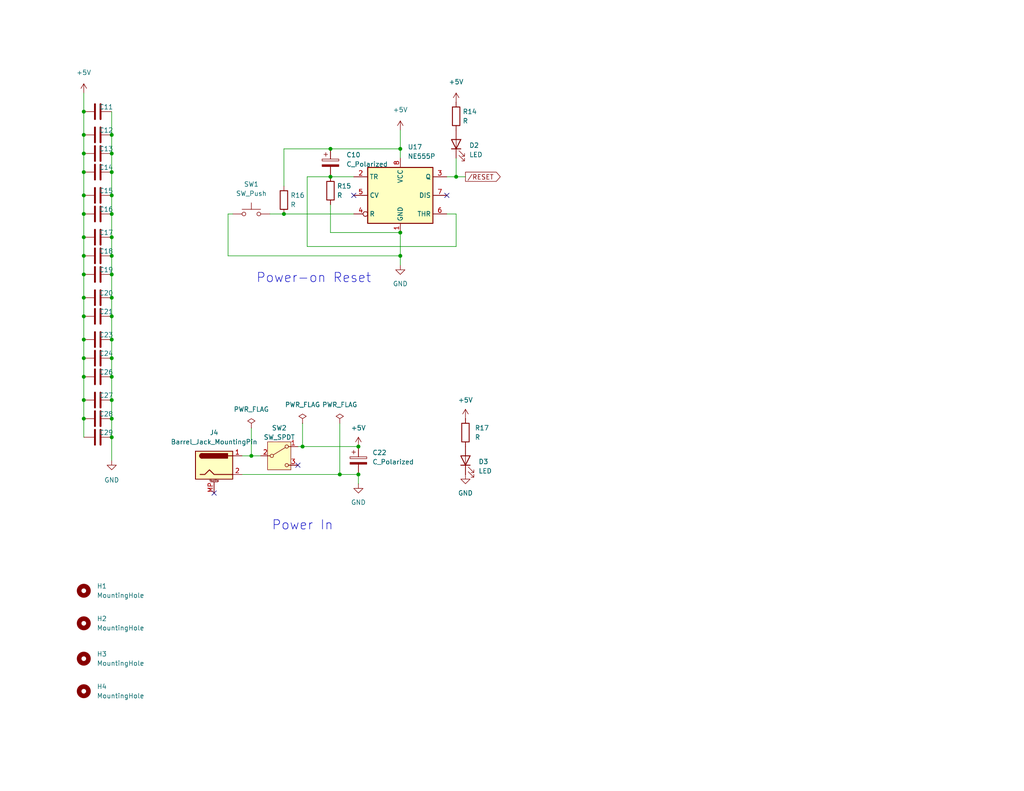
<source format=kicad_sch>
(kicad_sch (version 20231120) (generator "eeschema") (generator_version "8.0")
  (paper "A")
  (title_block (title "Mackerel-08 SBC v1") (date "2024-06-22") (rev "1.0a") (company "Colin Maykish") (comment 1 "github.com/crmaykish/mackerel-68k"))
  (lib_symbols
    (symbol "Connector:Barrel_Jack_MountingPin" (pin_names hide)
      (property "Reference" "J" (at 0 5.334 0))
      (property "Value" "Barrel_Jack_MountingPin" (at 1.27 -6.35 0))
      (symbol "Barrel_Jack_MountingPin_0_1"
        (rectangle (start -5.08 3.81) (end 5.08 -3.81) (stroke (width 0.254)) (fill (type background)))
        (arc (start -3.302 3.175) (mid -3.9343 2.54) (end -3.302 1.905) (stroke (width 0.254)))
        (arc (start -3.302 3.175) (mid -3.9343 2.54) (end -3.302 1.905) (stroke (width 0.254)) (fill (type outline)))
        (polyline (pts (xy 5.08 2.54) (xy 3.81 2.54)) (stroke (width 0.254)))
        (polyline (pts (xy -3.81 -2.54) (xy -2.54 -2.54) (xy -1.27 -1.27) (xy 0 -2.54) (xy 2.54 -2.54) (xy 5.08 -2.54)) (stroke (width 0.254)))
        (rectangle (start 3.683 3.175) (end -3.302 1.905) (stroke (width 0.254)) (fill (type outline)))
      )
      (symbol "Barrel_Jack_MountingPin_1_1"
        (polyline (pts (xy -1.016 -4.572) (xy 1.016 -4.572)) (stroke (width 0.1524)))
        (text "Mounting" (at 0 -4.191 0) (effects (font (size 0.381 0.381))))
        (pin passive line (at 7.62 2.54 180) (length 2.54) (name "~") (number "1"))
        (pin passive line (at 7.62 -2.54 180) (length 2.54) (name "~") (number "2"))
        (pin passive line (at 0 -7.62 90) (length 3.048) (name "MountPin") (number "MP"))
      )
    )
    (symbol "Device:C" (pin_numbers hide) (pin_names (offset 0.254))
      (property "Reference" "C" (at 0.635 2.54 0))
      (property "Value" "C" (at 0.635 -2.54 0))
      (symbol "C_0_1"
        (polyline (pts (xy -2.032 -0.762) (xy 2.032 -0.762)) (stroke (width 0.508)))
        (polyline (pts (xy -2.032 0.762) (xy 2.032 0.762)) (stroke (width 0.508)))
      )
      (symbol "C_1_1"
        (pin passive line (at 0 3.81 270) (length 2.794) (name "~") (number "1"))
        (pin passive line (at 0 -3.81 90) (length 2.794) (name "~") (number "2"))
      )
    )
    (symbol "Device:C_Polarized" (pin_numbers hide) (pin_names (offset 0.254))
      (property "Reference" "C" (at 0.635 2.54 0))
      (property "Value" "C_Polarized" (at 0.635 -2.54 0))
      (symbol "C_Polarized_0_1"
        (rectangle (start -2.286 0.508) (end 2.286 1.016))
        (polyline (pts (xy -1.778 2.286) (xy -0.762 2.286)))
        (polyline (pts (xy -1.27 2.794) (xy -1.27 1.778)))
        (rectangle (start 2.286 -0.508) (end -2.286 -1.016) (fill (type outline)))
      )
      (symbol "C_Polarized_1_1"
        (pin passive line (at 0 3.81 270) (length 2.794) (name "~") (number "1"))
        (pin passive line (at 0 -3.81 90) (length 2.794) (name "~") (number "2"))
      )
    )
    (symbol "Device:LED" (pin_numbers hide) (pin_names (offset 1.016) hide)
      (property "Reference" "D" (at 0 2.54 0))
      (property "Value" "LED" (at 0 -2.54 0))
      (symbol "LED_0_1"
        (polyline (pts (xy -1.27 -1.27) (xy -1.27 1.27)) (stroke (width 0.254)))
        (polyline (pts (xy -1.27 0) (xy 1.27 0)))
        (polyline (pts (xy 1.27 -1.27) (xy 1.27 1.27) (xy -1.27 0) (xy 1.27 -1.27)) (stroke (width 0.254)))
        (polyline (pts (xy -3.048 -0.762) (xy -4.572 -2.286) (xy -3.81 -2.286) (xy -4.572 -2.286) (xy -4.572 -1.524)))
        (polyline (pts (xy -1.778 -0.762) (xy -3.302 -2.286) (xy -2.54 -2.286) (xy -3.302 -2.286) (xy -3.302 -1.524)))
      )
      (symbol "LED_1_1"
        (pin passive line (at -3.81 0 0) (length 2.54) (name "K") (number "1"))
        (pin passive line (at 3.81 0 180) (length 2.54) (name "A") (number "2"))
      )
    )
    (symbol "Device:R" (pin_numbers hide) (pin_names (offset 0))
      (property "Reference" "R" (at 2.032 0 90))
      (property "Value" "R" (at 0 0 90))
      (symbol "R_0_1"
        (rectangle (start -1.016 -2.54) (end 1.016 2.54) (stroke (width 0.254)))
      )
      (symbol "R_1_1"
        (pin passive line (at 0 3.81 270) (length 1.27) (name "~") (number "1"))
        (pin passive line (at 0 -3.81 90) (length 1.27) (name "~") (number "2"))
      )
    )
    (symbol "Mechanical:MountingHole" (pin_names (offset 1.016)) (exclude_from_sim yes) (in_bom no)
      (property "Reference" "H" (at 0 5.08 0))
      (property "Value" "MountingHole" (at 0 3.175 0))
      (symbol "MountingHole_0_1"
        (circle (center 0 0) (radius 1.27) (stroke (width 1.27)))
      )
    )
    (symbol "Switch:SW_Push" (pin_numbers hide) (pin_names (offset 1.016) hide)
      (property "Reference" "SW" (at 1.27 2.54 0))
      (property "Value" "SW_Push" (at 0 -1.524 0))
      (symbol "SW_Push_0_1"
        (circle (center -2.032 0) (radius 0.508))
        (polyline (pts (xy 0 1.27) (xy 0 3.048)))
        (polyline (pts (xy 2.54 1.27) (xy -2.54 1.27)))
        (circle (center 2.032 0) (radius 0.508))
        (pin passive line (at -5.08 0 0) (length 2.54) (name "1") (number "1"))
        (pin passive line (at 5.08 0 180) (length 2.54) (name "2") (number "2"))
      )
    )
    (symbol "Switch:SW_SPDT" (pin_names (offset 0) hide)
      (property "Reference" "SW" (at 0 5.08 0))
      (property "Value" "SW_SPDT" (at 0 -5.08 0))
      (symbol "SW_SPDT_0_1"
        (circle (center -2.032 0) (radius 0.4572))
        (polyline (pts (xy -1.651 0.254) (xy 1.651 2.286)))
        (circle (center 2.032 -2.54) (radius 0.4572))
        (circle (center 2.032 2.54) (radius 0.4572))
      )
      (symbol "SW_SPDT_1_1"
        (rectangle (start -3.175 3.81) (end 3.175 -3.81) (fill (type background)))
        (pin passive line (at 5.08 2.54 180) (length 2.54) (name "A") (number "1"))
        (pin passive line (at -5.08 0 0) (length 2.54) (name "B") (number "2"))
        (pin passive line (at 5.08 -2.54 180) (length 2.54) (name "C") (number "3"))
      )
    )
    (symbol "Timer:NE555P"
      (property "Reference" "U" (at -10.16 8.89 0))
      (property "Value" "NE555P" (at 2.54 8.89 0))
      (symbol "NE555P_0_0"
        (pin power_in line (at 0 -10.16 90) (length 2.54) (name "GND") (number "1"))
        (pin power_in line (at 0 10.16 270) (length 2.54) (name "VCC") (number "8"))
      )
      (symbol "NE555P_0_1"
        (rectangle (start -8.89 -7.62) (end 8.89 7.62) (stroke (width 0.254)) (fill (type background)))
        (rectangle (start -8.89 -7.62) (end 8.89 7.62) (stroke (width 0.254)) (fill (type background)))
      )
      (symbol "NE555P_1_1"
        (pin input line (at -12.7 5.08 0) (length 3.81) (name "TR") (number "2"))
        (pin output line (at 12.7 5.08 180) (length 3.81) (name "Q") (number "3"))
        (pin input inverted (at -12.7 -5.08 0) (length 3.81) (name "R") (number "4"))
        (pin input line (at -12.7 0 0) (length 3.81) (name "CV") (number "5"))
        (pin input line (at 12.7 -5.08 180) (length 3.81) (name "THR") (number "6"))
        (pin input line (at 12.7 0 180) (length 3.81) (name "DIS") (number "7"))
      )
    )
    (symbol "power:+5V" (power) (pin_numbers hide) (pin_names (offset 0) hide)
      (property "Value" "+5V" (at 0 3.556 0))
      (symbol "+5V_0_1"
        (polyline (pts (xy -0.762 1.27) (xy 0 2.54)))
        (polyline (pts (xy 0 0) (xy 0 2.54)))
        (polyline (pts (xy 0 2.54) (xy 0.762 1.27)))
      )
      (symbol "+5V_1_1"
        (pin power_in line (at 0 0 90) (length 0) (name "~") (number "1"))
      )
    )
    (symbol "power:GND" (power) (pin_numbers hide) (pin_names (offset 0) hide)
      (property "Value" "GND" (at 0 -3.81 0))
      (symbol "GND_0_1"
        (polyline (pts (xy 0 0) (xy 0 -1.27) (xy 1.27 -1.27) (xy 0 -2.54) (xy -1.27 -1.27) (xy 0 -1.27)))
      )
      (symbol "GND_1_1"
        (pin power_in line (at 0 0 270) (length 0) (name "~") (number "1"))
      )
    )
    (symbol "power:PWR_FLAG" (power) (pin_numbers hide) (pin_names (offset 0) hide)
      (property "Value" "PWR_FLAG" (at 0 3.81 0))
      (symbol "PWR_FLAG_0_0"
        (pin power_out line (at 0 0 90) (length 0) (name "~") (number "1"))
      )
      (symbol "PWR_FLAG_0_1"
        (polyline (pts (xy 0 0) (xy 0 1.27) (xy -1.016 1.905) (xy 0 2.54) (xy 1.016 1.905) (xy 0 1.27)))
      )
    )
  )
  (junction (at 30.48 81.28))
  (junction (at 30.48 86.36))
  (junction (at 77.47 58.42))
  (junction (at 30.48 58.42))
  (junction (at 30.48 41.91))
  (junction (at 90.17 48.26))
  (junction (at 22.86 30.48))
  (junction (at 82.55 121.92))
  (junction (at 30.48 53.34))
  (junction (at 22.86 109.22))
  (junction (at 22.86 92.71))
  (junction (at 124.46 48.26))
  (junction (at 30.48 36.83))
  (junction (at 30.48 69.85))
  (junction (at 30.48 119.38))
  (junction (at 97.79 121.92))
  (junction (at 22.86 114.3))
  (junction (at 22.86 64.77))
  (junction (at 22.86 53.34))
  (junction (at 22.86 58.42))
  (junction (at 22.86 36.83))
  (junction (at 30.48 114.3))
  (junction (at 109.22 40.64))
  (junction (at 22.86 102.87))
  (junction (at 30.48 46.99))
  (junction (at 30.48 102.87))
  (junction (at 30.48 92.71))
  (junction (at 22.86 97.79))
  (junction (at 109.22 63.5))
  (junction (at 68.58 124.46))
  (junction (at 30.48 109.22))
  (junction (at 30.48 64.77))
  (junction (at 109.22 69.85))
  (junction (at 97.79 129.54))
  (junction (at 22.86 69.85))
  (junction (at 22.86 41.91))
  (junction (at 22.86 86.36))
  (junction (at 30.48 97.79))
  (junction (at 90.17 40.64))
  (junction (at 22.86 74.93))
  (junction (at 30.48 74.93))
  (junction (at 22.86 46.99))
  (junction (at 22.86 81.28))
  (junction (at 92.71 129.54))
  (no_connect (at 96.52 53.34))
  (no_connect (at 58.42 134.62))
  (no_connect (at 121.92 53.34))
  (no_connect (at 81.28 127))
  (wire (pts (xy 22.86 64.77) (xy 22.86 69.85)))
  (wire (pts (xy 109.22 63.5) (xy 90.17 63.5)))
  (wire (pts (xy 66.04 129.54) (xy 92.71 129.54)))
  (wire (pts (xy 124.46 58.42) (xy 121.92 58.42)))
  (wire (pts (xy 30.48 53.34) (xy 30.48 58.42)))
  (wire (pts (xy 30.48 30.48) (xy 30.48 36.83)))
  (wire (pts (xy 109.22 69.85) (xy 109.22 72.39)))
  (wire (pts (xy 30.48 102.87) (xy 30.48 109.22)))
  (wire (pts (xy 68.58 116.84) (xy 68.58 124.46)))
  (wire (pts (xy 90.17 48.26) (xy 83.82 48.26)))
  (wire (pts (xy 90.17 48.26) (xy 96.52 48.26)))
  (wire (pts (xy 66.04 124.46) (xy 68.58 124.46)))
  (wire (pts (xy 124.46 48.26) (xy 121.92 48.26)))
  (wire (pts (xy 30.48 119.38) (xy 30.48 125.73)))
  (wire (pts (xy 22.86 41.91) (xy 22.86 46.99)))
  (wire (pts (xy 73.66 58.42) (xy 77.47 58.42)))
  (wire (pts (xy 22.86 92.71) (xy 22.86 97.79)))
  (wire (pts (xy 22.86 114.3) (xy 22.86 119.38)))
  (wire (pts (xy 109.22 63.5) (xy 109.22 69.85)))
  (wire (pts (xy 30.48 41.91) (xy 30.48 46.99)))
  (wire (pts (xy 97.79 121.92) (xy 82.55 121.92)))
  (wire (pts (xy 82.55 115.57) (xy 82.55 121.92)))
  (wire (pts (xy 68.58 124.46) (xy 71.12 124.46)))
  (wire (pts (xy 30.48 46.99) (xy 30.48 53.34)))
  (wire (pts (xy 62.23 58.42) (xy 62.23 69.85)))
  (wire (pts (xy 109.22 35.56) (xy 109.22 40.64)))
  (wire (pts (xy 127 48.26) (xy 124.46 48.26)))
  (wire (pts (xy 22.86 97.79) (xy 22.86 102.87)))
  (wire (pts (xy 22.86 81.28) (xy 22.86 86.36)))
  (wire (pts (xy 30.48 92.71) (xy 30.48 97.79)))
  (wire (pts (xy 97.79 129.54) (xy 92.71 129.54)))
  (wire (pts (xy 124.46 43.18) (xy 124.46 48.26)))
  (wire (pts (xy 22.86 30.48) (xy 22.86 36.83)))
  (wire (pts (xy 77.47 40.64) (xy 90.17 40.64)))
  (wire (pts (xy 92.71 115.57) (xy 92.71 129.54)))
  (wire (pts (xy 77.47 58.42) (xy 96.52 58.42)))
  (wire (pts (xy 22.86 36.83) (xy 22.86 41.91)))
  (wire (pts (xy 22.86 46.99) (xy 22.86 53.34)))
  (wire (pts (xy 124.46 67.31) (xy 124.46 58.42)))
  (wire (pts (xy 22.86 86.36) (xy 22.86 92.71)))
  (wire (pts (xy 22.86 74.93) (xy 22.86 81.28)))
  (wire (pts (xy 82.55 121.92) (xy 81.28 121.92)))
  (wire (pts (xy 97.79 132.08) (xy 97.79 129.54)))
  (wire (pts (xy 22.86 102.87) (xy 22.86 109.22)))
  (wire (pts (xy 30.48 64.77) (xy 30.48 69.85)))
  (wire (pts (xy 30.48 109.22) (xy 30.48 114.3)))
  (wire (pts (xy 83.82 48.26) (xy 83.82 67.31)))
  (wire (pts (xy 90.17 40.64) (xy 109.22 40.64)))
  (wire (pts (xy 30.48 86.36) (xy 30.48 92.71)))
  (wire (pts (xy 22.86 58.42) (xy 22.86 64.77)))
  (wire (pts (xy 30.48 81.28) (xy 30.48 86.36)))
  (wire (pts (xy 30.48 119.38) (xy 30.48 114.3)))
  (wire (pts (xy 90.17 63.5) (xy 90.17 55.88)))
  (wire (pts (xy 22.86 25.4) (xy 22.86 30.48)))
  (wire (pts (xy 30.48 74.93) (xy 30.48 81.28)))
  (wire (pts (xy 63.5 58.42) (xy 62.23 58.42)))
  (wire (pts (xy 22.86 69.85) (xy 22.86 74.93)))
  (wire (pts (xy 22.86 109.22) (xy 22.86 114.3)))
  (wire (pts (xy 30.48 97.79) (xy 30.48 102.87)))
  (wire (pts (xy 62.23 69.85) (xy 109.22 69.85)))
  (wire (pts (xy 30.48 69.85) (xy 30.48 74.93)))
  (wire (pts (xy 30.48 36.83) (xy 30.48 41.91)))
  (wire (pts (xy 83.82 67.31) (xy 124.46 67.31)))
  (wire (pts (xy 22.86 53.34) (xy 22.86 58.42)))
  (wire (pts (xy 77.47 50.8) (xy 77.47 40.64)))
  (wire (pts (xy 109.22 40.64) (xy 109.22 43.18)))
  (wire (pts (xy 30.48 58.42) (xy 30.48 64.77)))
  (text "Power-on Reset" (at 69.85 77.47 0) (effects (font (size 2.54 2.54)) (justify left bottom)))
  (text "Power In" (at 82.55 143.51 0) (effects (font (size 2.54 2.54))))
  (global_label "{slash}RESET" (shape output) (at 127 48.26 0) (property "Intersheetrefs" "${INTERSHEET_REFS}" (effects (hide yes))))
  (symbol (lib_id "Device:R") (at 90.17 52.07 0) (unit 1)
    (property "Reference" "R15" (at 91.948 50.7999 0) (effects (justify left)))
    (property "Value" "R" (at 91.948 53.3399 0) (effects (justify left)))
    (property "Footprint" "Resistor_THT:R_Axial_DIN0207_L6.3mm_D2.5mm_P7.62mm_Horizontal" (effects (hide yes)))
    (property "Description" "Resistor" (effects (hide yes)))
  )
  (symbol (lib_id "Device:LED") (at 127 125.73 90) (unit 1)
    (property "Reference" "D3" (at 130.556 126.0474 90) (effects (justify right)))
    (property "Value" "LED" (at 130.556 128.5874 90) (effects (justify right)))
    (property "Footprint" "LED_THT:LED_D5.0mm" (effects (hide yes)))
    (property "Description" "Light emitting diode" (effects (hide yes)))
  )
  (symbol (lib_id "Device:R") (at 77.47 54.61 0) (unit 1)
    (property "Reference" "R16" (at 79.248 53.3399 0) (effects (justify left)))
    (property "Value" "R" (at 79.248 55.8799 0) (effects (justify left)))
    (property "Footprint" "Resistor_THT:R_Axial_DIN0207_L6.3mm_D2.5mm_P7.62mm_Horizontal" (effects (hide yes)))
    (property "Description" "Resistor" (effects (hide yes)))
  )
  (symbol (lib_id "Device:C") (at 26.67 102.87 90) (unit 1)
    (property "Reference" "C26" (at 28.956 101.6 90))
    (property "Value" "C" (effects (hide yes)))
    (property "Footprint" "Capacitor_THT:C_Disc_D4.3mm_W1.9mm_P5.00mm" (effects (hide yes)))
    (property "Description" "Unpolarized capacitor" (effects (hide yes)))
  )
  (symbol (lib_id "Mechanical:MountingHole") (at 22.86 170.18 0) (unit 1)
    (property "Reference" "H2" (at 26.416 168.9099 0) (effects (justify left)))
    (property "Value" "MountingHole" (at 26.416 171.4499 0) (effects (justify left)))
    (property "Footprint" "MountingHole:MountingHole_3.2mm_M3_Pad" (effects (hide yes)))
    (property "Description" "Mounting Hole without connection" (effects (hide yes)))
  )
  (symbol (lib_id "Mechanical:MountingHole") (at 22.86 161.29 0) (unit 1)
    (property "Reference" "H1" (at 26.416 160.0199 0) (effects (justify left)))
    (property "Value" "MountingHole" (at 26.416 162.5599 0) (effects (justify left)))
    (property "Footprint" "MountingHole:MountingHole_3.2mm_M3_Pad" (effects (hide yes)))
    (property "Description" "Mounting Hole without connection" (effects (hide yes)))
  )
  (symbol (lib_id "Connector:Barrel_Jack_MountingPin") (at 58.42 127 0) (unit 1)
    (property "Reference" "J4" (at 58.42 118.11 0))
    (property "Value" "Barrel_Jack_MountingPin" (at 58.42 120.65 0))
    (property "Footprint" "Connector_BarrelJack:BarrelJack_Horizontal" (effects (hide yes)))
    (property "Description" "DC Barrel Jack with a mounting pin" (effects (hide yes)))
  )
  (symbol (lib_id "power:PWR_FLAG") (at 92.71 115.57 0) (unit 1)
    (property "Reference" "#FLG02" (effects (hide yes)))
    (property "Value" "PWR_FLAG" (at 92.71 110.49 0))
    (property "Description" "Special symbol for telling ERC where power comes from" (effects (hide yes)))
  )
  (symbol (lib_id "Switch:SW_Push") (at 68.58 58.42 0) (unit 1)
    (property "Reference" "SW1" (at 68.58 50.292 0))
    (property "Value" "SW_Push" (at 68.58 52.832 0))
    (property "Footprint" "Button_Switch_THT:SW_PUSH_6mm_H5mm" (effects (hide yes)))
    (property "Description" "Push button switch, generic, two pins" (effects (hide yes)))
  )
  (symbol (lib_id "Device:R") (at 127 118.11 0) (unit 1)
    (property "Reference" "R17" (at 129.54 116.8399 0) (effects (justify left)))
    (property "Value" "R" (at 129.54 119.3799 0) (effects (justify left)))
    (property "Footprint" "Resistor_THT:R_Axial_DIN0207_L6.3mm_D2.5mm_P7.62mm_Horizontal" (effects (hide yes)))
    (property "Description" "Resistor" (effects (hide yes)))
  )
  (symbol (lib_id "power:GND") (at 30.48 125.73 0) (unit 1)
    (property "Reference" "#PWR073" (effects (hide yes)))
    (property "Value" "GND" (at 30.48 131.064 0))
    (property "Description" "Power symbol creates a global label with name \"GND\" , ground" (effects (hide yes)))
  )
  (symbol (lib_id "Device:C") (at 26.67 53.34 90) (unit 1)
    (property "Reference" "C15" (at 28.956 52.07 90))
    (property "Value" "C" (effects (hide yes)))
    (property "Footprint" "Capacitor_THT:C_Disc_D4.3mm_W1.9mm_P5.00mm" (effects (hide yes)))
    (property "Description" "Unpolarized capacitor" (effects (hide yes)))
  )
  (symbol (lib_id "Device:C") (at 26.67 41.91 90) (unit 1)
    (property "Reference" "C13" (at 28.956 40.64 90))
    (property "Value" "C" (effects (hide yes)))
    (property "Footprint" "Capacitor_THT:C_Disc_D4.3mm_W1.9mm_P5.00mm" (effects (hide yes)))
    (property "Description" "Unpolarized capacitor" (effects (hide yes)))
  )
  (symbol (lib_id "Device:C") (at 26.67 97.79 90) (unit 1)
    (property "Reference" "C24" (at 28.956 96.52 90))
    (property "Value" "C" (effects (hide yes)))
    (property "Footprint" "Capacitor_THT:C_Disc_D4.3mm_W1.9mm_P5.00mm" (effects (hide yes)))
    (property "Description" "Unpolarized capacitor" (effects (hide yes)))
  )
  (symbol (lib_id "Device:R") (at 124.46 31.75 0) (unit 1)
    (property "Reference" "R14" (at 126.238 30.4799 0) (effects (justify left)))
    (property "Value" "R" (at 126.238 33.0199 0) (effects (justify left)))
    (property "Footprint" "Resistor_THT:R_Axial_DIN0207_L6.3mm_D2.5mm_P7.62mm_Horizontal" (effects (hide yes)))
    (property "Description" "Resistor" (effects (hide yes)))
  )
  (symbol (lib_id "Device:LED") (at 124.46 39.37 90) (unit 1)
    (property "Reference" "D2" (at 128.016 39.6874 90) (effects (justify right)))
    (property "Value" "LED" (at 128.016 42.2274 90) (effects (justify right)))
    (property "Footprint" "LED_THT:LED_D5.0mm" (effects (hide yes)))
    (property "Description" "Light emitting diode" (effects (hide yes)))
  )
  (symbol (lib_id "Timer:NE555P") (at 109.22 53.34 0) (unit 1)
    (property "Reference" "U17" (at 111.2394 40.132 0) (effects (justify left)))
    (property "Value" "NE555P" (at 111.2394 42.672 0) (effects (justify left)))
    (property "Footprint" "Package_DIP:DIP-8_W7.62mm" (effects (hide yes)))
    (property "Datasheet" "http://www.ti.com/lit/ds/symlink/ne555.pdf" (effects (hide yes)))
    (property "Description" "Precision Timers, 555 compatible,  PDIP-8" (effects (hide yes)))
  )
  (symbol (lib_id "power:GND") (at 97.79 132.08 0) (unit 1)
    (property "Reference" "#PWR070" (effects (hide yes)))
    (property "Value" "GND" (at 97.79 137.16 0))
    (property "Description" "Power symbol creates a global label with name \"GND\" , ground" (effects (hide yes)))
  )
  (symbol (lib_id "Device:C") (at 26.67 69.85 90) (unit 1)
    (property "Reference" "C18" (at 28.956 68.58 90))
    (property "Value" "C" (effects (hide yes)))
    (property "Footprint" "Capacitor_THT:C_Disc_D4.3mm_W1.9mm_P5.00mm" (effects (hide yes)))
    (property "Description" "Unpolarized capacitor" (effects (hide yes)))
  )
  (symbol (lib_id "Device:C") (at 26.67 81.28 90) (unit 1)
    (property "Reference" "C20" (at 28.956 80.01 90))
    (property "Value" "C" (effects (hide yes)))
    (property "Footprint" "Capacitor_THT:C_Disc_D4.3mm_W1.9mm_P5.00mm" (effects (hide yes)))
    (property "Description" "Unpolarized capacitor" (effects (hide yes)))
  )
  (symbol (lib_id "Device:C_Polarized") (at 90.17 44.45 0) (unit 1)
    (property "Reference" "C10" (at 94.488 42.2909 0) (effects (justify left)))
    (property "Value" "C_Polarized" (at 94.488 44.8309 0) (effects (justify left)))
    (property "Footprint" "Capacitor_THT:CP_Radial_D5.0mm_P2.50mm" (effects (hide yes)))
    (property "Description" "Polarized capacitor" (effects (hide yes)))
  )
  (symbol (lib_id "Device:C") (at 26.67 58.42 90) (unit 1)
    (property "Reference" "C16" (at 28.956 57.15 90))
    (property "Value" "C" (effects (hide yes)))
    (property "Footprint" "Capacitor_THT:C_Disc_D4.3mm_W1.9mm_P5.00mm" (effects (hide yes)))
    (property "Description" "Unpolarized capacitor" (effects (hide yes)))
  )
  (symbol (lib_id "power:+5V") (at 124.46 27.94 0) (unit 1)
    (property "Reference" "#PWR063" (effects (hide yes)))
    (property "Value" "+5V" (at 124.46 22.352 0))
    (property "Description" "Power symbol creates a global label with name \"+5V\"" (effects (hide yes)))
  )
  (symbol (lib_id "power:+5V") (at 97.79 121.92 0) (unit 1)
    (property "Reference" "#PWR068" (effects (hide yes)))
    (property "Value" "+5V" (at 97.79 116.84 0))
    (property "Description" "Power symbol creates a global label with name \"+5V\"" (effects (hide yes)))
  )
  (symbol (lib_id "Device:C") (at 26.67 36.83 90) (unit 1)
    (property "Reference" "C12" (at 28.956 35.56 90))
    (property "Value" "C" (effects (hide yes)))
    (property "Footprint" "Capacitor_THT:C_Disc_D4.3mm_W1.9mm_P5.00mm" (effects (hide yes)))
    (property "Description" "Unpolarized capacitor" (effects (hide yes)))
  )
  (symbol (lib_id "Device:C") (at 26.67 114.3 90) (unit 1)
    (property "Reference" "C28" (at 28.956 113.03 90))
    (property "Value" "C" (effects (hide yes)))
    (property "Footprint" "Capacitor_THT:C_Disc_D4.3mm_W1.9mm_P5.00mm" (effects (hide yes)))
    (property "Description" "Unpolarized capacitor" (effects (hide yes)))
  )
  (symbol (lib_id "Device:C") (at 26.67 119.38 90) (unit 1)
    (property "Reference" "C29" (at 28.956 118.11 90))
    (property "Value" "C" (effects (hide yes)))
    (property "Footprint" "Capacitor_THT:C_Disc_D4.3mm_W1.9mm_P5.00mm" (effects (hide yes)))
    (property "Description" "Unpolarized capacitor" (effects (hide yes)))
  )
  (symbol (lib_id "Device:C") (at 26.67 46.99 90) (unit 1)
    (property "Reference" "C14" (at 28.956 45.72 90))
    (property "Value" "C" (effects (hide yes)))
    (property "Footprint" "Capacitor_THT:C_Disc_D4.3mm_W1.9mm_P5.00mm" (effects (hide yes)))
    (property "Description" "Unpolarized capacitor" (effects (hide yes)))
  )
  (symbol (lib_id "power:+5V") (at 127 114.3 0) (unit 1)
    (property "Reference" "#PWR067" (effects (hide yes)))
    (property "Value" "+5V" (at 127 109.22 0))
    (property "Description" "Power symbol creates a global label with name \"+5V\"" (effects (hide yes)))
  )
  (symbol (lib_id "power:GND") (at 109.22 72.39 0) (unit 1)
    (property "Reference" "#PWR066" (effects (hide yes)))
    (property "Value" "GND" (at 109.22 77.47 0))
    (property "Description" "Power symbol creates a global label with name \"GND\" , ground" (effects (hide yes)))
  )
  (symbol (lib_id "power:PWR_FLAG") (at 68.58 116.84 0) (unit 1)
    (property "Reference" "#FLG03" (effects (hide yes)))
    (property "Value" "PWR_FLAG" (at 68.58 111.76 0))
    (property "Description" "Special symbol for telling ERC where power comes from" (effects (hide yes)))
  )
  (symbol (lib_id "Mechanical:MountingHole") (at 22.86 188.722 0) (unit 1)
    (property "Reference" "H4" (at 26.416 187.4519 0) (effects (justify left)))
    (property "Value" "MountingHole" (at 26.416 189.9919 0) (effects (justify left)))
    (property "Footprint" "MountingHole:MountingHole_3.2mm_M3_Pad" (effects (hide yes)))
    (property "Description" "Mounting Hole without connection" (effects (hide yes)))
  )
  (symbol (lib_id "power:GND") (at 127 129.54 0) (unit 1)
    (property "Reference" "#PWR069" (effects (hide yes)))
    (property "Value" "GND" (at 127 134.62 0))
    (property "Description" "Power symbol creates a global label with name \"GND\" , ground" (effects (hide yes)))
  )
  (symbol (lib_id "power:+5V") (at 109.22 35.56 0) (unit 1)
    (property "Reference" "#PWR064" (effects (hide yes)))
    (property "Value" "+5V" (at 109.22 29.972 0))
    (property "Description" "Power symbol creates a global label with name \"+5V\"" (effects (hide yes)))
  )
  (symbol (lib_id "power:PWR_FLAG") (at 82.55 115.57 0) (unit 1)
    (property "Reference" "#FLG01" (effects (hide yes)))
    (property "Value" "PWR_FLAG" (at 82.55 110.49 0))
    (property "Description" "Special symbol for telling ERC where power comes from" (effects (hide yes)))
  )
  (symbol (lib_id "Device:C") (at 26.67 92.71 90) (unit 1)
    (property "Reference" "C23" (at 28.956 91.44 90))
    (property "Value" "C" (effects (hide yes)))
    (property "Footprint" "Capacitor_THT:C_Disc_D4.3mm_W1.9mm_P5.00mm" (effects (hide yes)))
    (property "Description" "Unpolarized capacitor" (effects (hide yes)))
  )
  (symbol (lib_id "Switch:SW_SPDT") (at 76.2 124.46 0) (unit 1)
    (property "Reference" "SW2" (at 76.2 116.84 0))
    (property "Value" "SW_SPDT" (at 76.2 119.38 0))
    (property "Footprint" "herring:SW_Mini_Toggle" (effects (hide yes)))
    (property "Description" "Switch, single pole double throw" (effects (hide yes)))
  )
  (symbol (lib_id "Device:C") (at 26.67 74.93 90) (unit 1)
    (property "Reference" "C19" (at 28.956 73.66 90))
    (property "Value" "C" (effects (hide yes)))
    (property "Footprint" "Capacitor_THT:C_Disc_D4.3mm_W1.9mm_P5.00mm" (effects (hide yes)))
    (property "Description" "Unpolarized capacitor" (effects (hide yes)))
  )
  (symbol (lib_id "Device:C") (at 26.67 109.22 90) (unit 1)
    (property "Reference" "C27" (at 28.956 107.95 90))
    (property "Value" "C" (effects (hide yes)))
    (property "Footprint" "Capacitor_THT:C_Disc_D4.3mm_W1.9mm_P5.00mm" (effects (hide yes)))
    (property "Description" "Unpolarized capacitor" (effects (hide yes)))
  )
  (symbol (lib_id "Device:C") (at 26.67 64.77 90) (unit 1)
    (property "Reference" "C17" (at 28.956 63.5 90))
    (property "Value" "C" (effects (hide yes)))
    (property "Footprint" "Capacitor_THT:C_Disc_D4.3mm_W1.9mm_P5.00mm" (effects (hide yes)))
    (property "Description" "Unpolarized capacitor" (effects (hide yes)))
  )
  (symbol (lib_id "Mechanical:MountingHole") (at 22.86 179.832 0) (unit 1)
    (property "Reference" "H3" (at 26.416 178.5619 0) (effects (justify left)))
    (property "Value" "MountingHole" (at 26.416 181.1019 0) (effects (justify left)))
    (property "Footprint" "MountingHole:MountingHole_3.2mm_M3_Pad" (effects (hide yes)))
    (property "Description" "Mounting Hole without connection" (effects (hide yes)))
  )
  (symbol (lib_id "Device:C") (at 26.67 86.36 90) (unit 1)
    (property "Reference" "C21" (at 28.956 85.09 90))
    (property "Value" "C" (effects (hide yes)))
    (property "Footprint" "Capacitor_THT:C_Disc_D4.3mm_W1.9mm_P5.00mm" (effects (hide yes)))
    (property "Description" "Unpolarized capacitor" (effects (hide yes)))
  )
  (symbol (lib_id "power:+5V") (at 22.86 25.4 0) (unit 1)
    (property "Reference" "#PWR065" (effects (hide yes)))
    (property "Value" "+5V" (at 22.86 19.812 0))
    (property "Description" "Power symbol creates a global label with name \"+5V\"" (effects (hide yes)))
  )
  (symbol (lib_id "Device:C_Polarized") (at 97.79 125.73 0) (unit 1)
    (property "Reference" "C22" (at 101.6 123.5709 0) (effects (justify left)))
    (property "Value" "C_Polarized" (at 101.6 126.1109 0) (effects (justify left)))
    (property "Footprint" "Capacitor_THT:CP_Radial_D10.0mm_P5.00mm" (effects (hide yes)))
    (property "Description" "Polarized capacitor" (effects (hide yes)))
  )
  (symbol (lib_id "Device:C") (at 26.67 30.48 90) (unit 1)
    (property "Reference" "C11" (at 28.956 29.21 90))
    (property "Value" "C" (effects (hide yes)))
    (property "Footprint" "Capacitor_THT:C_Disc_D4.3mm_W1.9mm_P5.00mm" (effects (hide yes)))
    (property "Description" "Unpolarized capacitor" (effects (hide yes)))
  )
)
</source>
